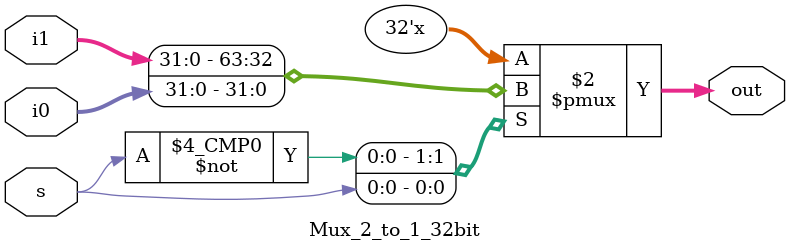
<source format=v>

module Adder32bit (out, a, b); 
input [31:0] a, b; 
output [31:0] out; 

assign #50 out=a+b;

endmodule 
//////////////////////////////////////////////////////
module SignExtend (SEout, in, Iformat, LW, SW, BEQ, JAL, JALR);
input [31:0] in;
input Iformat, LW, SW, BEQ, JAL, JALR;
output [31:0] SEout;

reg [31:0] SEout;

always @(in)
begin
#3;
if (Iformat || LW || JALR)
SEout={{20{in[31]}},in[31:20]};

else if (SW )
SEout={{20{in[31]}},in[31:25],in[11:7]};

else if (JAL)
SEout={{13{in[31]}},in[19:12],in[20],in[30:21]};

else if (BEQ)
SEout={{21{in[31]}},in[7],in[30:25],in[11:8]};




end

endmodule 
//////////////////////////////////////////////////////
module Comparator32bit (equal, a, b); 
input [31:0] a, b; 
output equal; 
reg equal; 

always @ (a or b)

begin
#10;
   if ( a == b)
     equal=1;
    else
     equal=0;       
end

endmodule 
//////////////////////////////////////////////////////
module ShiftLeft32_by1(out, in); 
input [31:0] in; 
output [31:0] out; 

assign out=in<<2;

endmodule 
//////////////////////////////////////////////////////
module Mux_3_to_1_32bit(out, s, i2, i1, i0); 
 input [31:0] i2, i1, i0; 
 input [1:0]s; 
 output [31:0]out; 
 reg [31:0]out; 
 always @ (s or  i2 or i1 or i0)
 begin
 #6;
    case (s)
    2'b00:out=i0;
    2'b01:out=i1;
    2'b10:out=i2;
    default:out=0;

 endcase
end
endmodule 
//////////////////////////////////////////////////////
module Mux_2_to_1_32bit(out, s, i1, i0); 
input [31:0] i1, i0; 
input s; 
output [31:0]out; 
reg [31:0]out; 
 always @ (s  or i1 or i0)

 begin
 #6;
    case (s)
    1'b0:out=i1;
    1'b1:out= i0;
 endcase
 end



endmodule 







</source>
